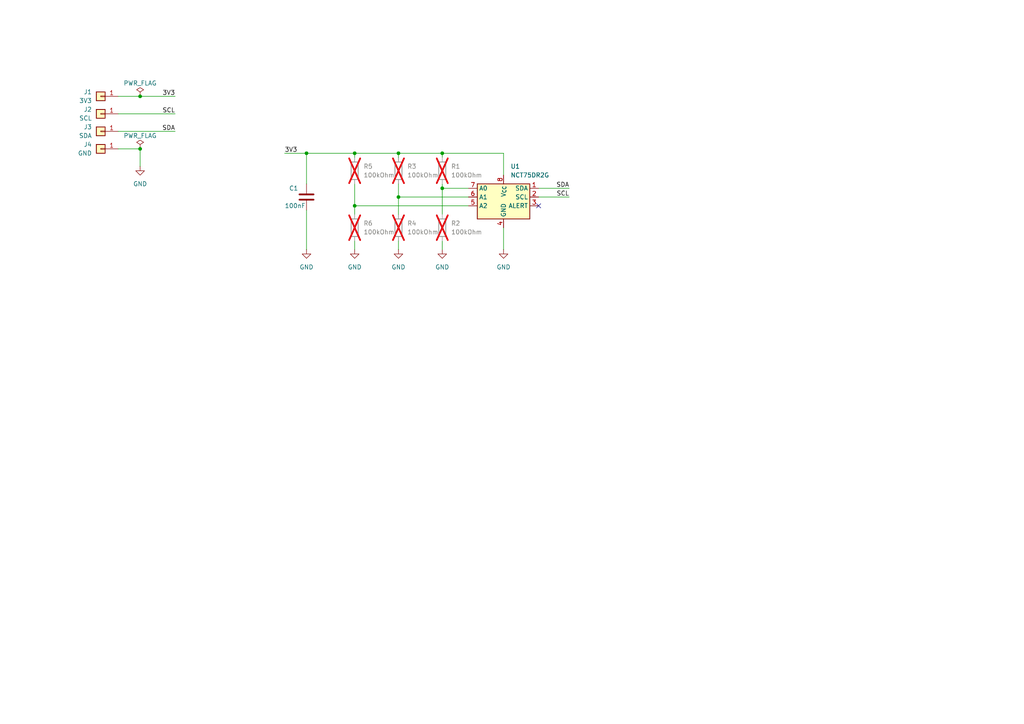
<source format=kicad_sch>
(kicad_sch (version 20231120) (generator "eeschema") (generator_version "8.0")
  (paper "A4")
  (lib_symbols
    (symbol "benediktibk:C_100nF_SMD_0603_50V" (pin_numbers hide) (pin_names (offset 0.254))
      (property "Reference" "C" (at 0.635 2.54 0))
      (property "Value" "C_100nF_SMD_0603_50V" (at 0.635 -2.54 0))
      (symbol "C_100nF_SMD_0603_50V_0_1"
        (polyline (pts (xy -2.032 -0.762) (xy 2.032 -0.762)) (stroke (width 0.508)))
        (polyline (pts (xy -2.032 0.762) (xy 2.032 0.762)) (stroke (width 0.508)))
      )
      (symbol "C_100nF_SMD_0603_50V_1_1"
        (pin passive line (at 0 3.81 270) (length 2.794) (name "~") (number "1"))
        (pin passive line (at 0 -3.81 90) (length 2.794) (name "~") (number "2"))
      )
    )
    (symbol "benediktibk:NCT75DR2G"
      (property "Reference" "U" (at -7.62 6.35 0))
      (property "Value" "NCT75DR2G" (at 2.54 -6.35 0))
      (symbol "NCT75DR2G_1_1"
        (rectangle (start -7.62 5.08) (end 7.62 -5.08) (stroke (width 0.254)) (fill (type background)))
        (pin bidirectional line (at 10.16 3.81 180) (length 2.54) (name "SDA") (number "1"))
        (pin input line (at 10.16 1.27 180) (length 2.54) (name "SCL") (number "2"))
        (pin input line (at 10.16 -1.27 180) (length 2.54) (name "ALERT") (number "3"))
        (pin power_in line (at 0 -7.62 90) (length 2.54) (name "GND") (number "4"))
        (pin input line (at -10.16 -1.27 0) (length 2.54) (name "A2") (number "5"))
        (pin input line (at -10.16 1.27 0) (length 2.54) (name "A1") (number "6"))
        (pin input line (at -10.16 3.81 0) (length 2.54) (name "A0") (number "7"))
        (pin power_in line (at 0 7.62 270) (length 2.54) (name "V_{CC}") (number "8"))
      )
    )
    (symbol "benediktibk:R_100kOhm_SMD_0603_100mW_1%" (pin_numbers hide) (pin_names (offset 0))
      (property "Reference" "R" (at 2.032 0 90))
      (property "Value" "R_100kOhm_SMD_0603_100mW_1%" (at -5.588 -1.016 90))
      (symbol "R_100kOhm_SMD_0603_100mW_1%_0_1"
        (rectangle (start -1.016 -2.54) (end 1.016 2.54) (stroke (width 0.254)))
      )
      (symbol "R_100kOhm_SMD_0603_100mW_1%_1_1"
        (pin passive line (at 0 3.81 270) (length 1.27) (name "~") (number "1"))
        (pin passive line (at 0 -3.81 90) (length 1.27) (name "~") (number "2"))
      )
    )
    (symbol "benediktibk:SolderWirePad" (pin_names (offset 1.016) hide)
      (property "Reference" "J" (at 0 2.54 0))
      (property "Value" "SolderWirePad" (at 0 -2.54 0))
      (symbol "SolderWirePad_1_1"
        (rectangle (start -1.27 0.127) (end 0 -0.127) (stroke (width 0.1524)))
        (rectangle (start -1.27 1.27) (end 1.27 -1.27) (stroke (width 0.254)) (fill (type background)))
        (pin passive line (at -5.08 0 0) (length 3.81) (name "Pin_1") (number "1"))
      )
    )
    (symbol "power:GND" (power) (pin_numbers hide) (pin_names (offset 0) hide)
      (property "Value" "GND" (at 0 -3.81 0))
      (symbol "GND_0_1"
        (polyline (pts (xy 0 0) (xy 0 -1.27) (xy 1.27 -1.27) (xy 0 -2.54) (xy -1.27 -1.27) (xy 0 -1.27)))
      )
      (symbol "GND_1_1"
        (pin power_in line (at 0 0 270) (length 0) (name "~") (number "1"))
      )
    )
    (symbol "power:PWR_FLAG" (power) (pin_numbers hide) (pin_names (offset 0) hide)
      (property "Value" "PWR_FLAG" (at 0 3.81 0))
      (symbol "PWR_FLAG_0_0"
        (pin power_out line (at 0 0 90) (length 0) (name "~") (number "1"))
      )
      (symbol "PWR_FLAG_0_1"
        (polyline (pts (xy 0 0) (xy 0 1.27) (xy -1.016 1.905) (xy 0 2.54) (xy 1.016 1.905) (xy 0 1.27)))
      )
    )
  )
  (junction (at 128.27 44.45))
  (junction (at 115.57 44.45))
  (junction (at 40.64 43.18))
  (junction (at 88.9 44.45))
  (junction (at 102.87 44.45))
  (junction (at 128.27 54.61))
  (junction (at 115.57 57.15))
  (junction (at 102.87 59.69))
  (junction (at 40.64 27.94))
  (no_connect (at 156.21 59.69))
  (wire (pts (xy 50.8 27.94) (xy 40.64 27.94)))
  (wire (pts (xy 135.89 59.69) (xy 102.87 59.69)))
  (wire (pts (xy 102.87 69.85) (xy 102.87 72.39)))
  (wire (pts (xy 146.05 66.04) (xy 146.05 72.39)))
  (wire (pts (xy 82.55 44.45) (xy 88.9 44.45)))
  (wire (pts (xy 102.87 53.34) (xy 102.87 59.69)))
  (wire (pts (xy 102.87 59.69) (xy 102.87 62.23)))
  (wire (pts (xy 40.64 27.94) (xy 34.29 27.94)))
  (wire (pts (xy 50.8 38.1) (xy 34.29 38.1)))
  (wire (pts (xy 115.57 53.34) (xy 115.57 57.15)))
  (wire (pts (xy 135.89 57.15) (xy 115.57 57.15)))
  (wire (pts (xy 102.87 45.72) (xy 102.87 44.45)))
  (wire (pts (xy 40.64 48.26) (xy 40.64 43.18)))
  (wire (pts (xy 128.27 54.61) (xy 128.27 62.23)))
  (wire (pts (xy 88.9 60.96) (xy 88.9 72.39)))
  (wire (pts (xy 128.27 69.85) (xy 128.27 72.39)))
  (wire (pts (xy 88.9 44.45) (xy 102.87 44.45)))
  (wire (pts (xy 128.27 53.34) (xy 128.27 54.61)))
  (wire (pts (xy 50.8 33.02) (xy 34.29 33.02)))
  (wire (pts (xy 40.64 43.18) (xy 34.29 43.18)))
  (wire (pts (xy 115.57 57.15) (xy 115.57 62.23)))
  (wire (pts (xy 156.21 54.61) (xy 165.1 54.61)))
  (wire (pts (xy 115.57 69.85) (xy 115.57 72.39)))
  (wire (pts (xy 115.57 45.72) (xy 115.57 44.45)))
  (wire (pts (xy 128.27 45.72) (xy 128.27 44.45)))
  (wire (pts (xy 128.27 54.61) (xy 135.89 54.61)))
  (wire (pts (xy 102.87 44.45) (xy 115.57 44.45)))
  (wire (pts (xy 156.21 57.15) (xy 165.1 57.15)))
  (wire (pts (xy 88.9 53.34) (xy 88.9 44.45)))
  (wire (pts (xy 128.27 44.45) (xy 146.05 44.45)))
  (wire (pts (xy 146.05 50.8) (xy 146.05 44.45)))
  (wire (pts (xy 115.57 44.45) (xy 128.27 44.45)))
  (label "SDA" (at 165.1 54.61 180))
  (label "SCL" (at 50.8 33.02 180))
  (label "SCL" (at 165.1 57.15 180))
  (label "3V3" (at 82.55 44.45 0))
  (label "3V3" (at 50.8 27.94 180))
  (label "SDA" (at 50.8 38.1 180))
  (symbol (lib_id "power:PWR_FLAG") (at 40.64 27.94 0) (unit 1)
    (property "Reference" "#FLG01" (effects (hide yes)))
    (property "Value" "PWR_FLAG" (at 40.64 24.13 0))
    (property "Description" "Special symbol for telling ERC where power comes from" (effects (hide yes)))
  )
  (symbol (lib_id "power:GND") (at 146.05 72.39 0) (unit 1)
    (property "Reference" "#PWR03" (effects (hide yes)))
    (property "Value" "GND" (at 146.05 77.47 0))
    (property "Description" "Power symbol creates a global label with name \"GND\" , ground" (effects (hide yes)))
  )
  (symbol (lib_id "benediktibk:NCT75DR2G") (at 146.05 58.42 0) (unit 1)
    (property "Reference" "U1" (at 148.0694 48.26 0) (effects (justify left)))
    (property "Value" "NCT75DR2G" (at 148.0694 50.8 0) (effects (justify left)))
    (property "Footprint" "benediktibk:SOIC-8_3.9x4.9mm_P1.27mm" (effects (hide yes)))
    (property "Description" "I2C Serial EEPROM, 2Kb, SOT-23" (effects (hide yes)))
    (property "RS order number" "805-1854" (effects (hide yes)))
    (property "I2C Address" "0x48" (effects (hide yes)))
    (property "Mouser Part Number" "863-NCT75DR2G" (effects (hide yes)))
  )
  (symbol (lib_id "power:GND") (at 88.9 72.39 0) (unit 1)
    (property "Reference" "#PWR02" (effects (hide yes)))
    (property "Value" "GND" (at 88.9 77.47 0))
    (property "Description" "Power symbol creates a global label with name \"GND\" , ground" (effects (hide yes)))
  )
  (symbol (lib_id "benediktibk:SolderWirePad") (at 29.21 33.02 0) (mirror y) (unit 1)
    (property "Reference" "J2" (at 26.67 31.75 0) (effects (justify left)))
    (property "Value" "SCL" (at 26.67 34.29 0) (effects (justify left)))
    (property "Footprint" "benediktibk:SolderWirePad_1x01_SMD_5x10mm" (effects (hide yes)))
    (property "Description" "Generic connector, single row, 01x01, script generated (kicad-library-utils/schlib/autogen/connector/)" (effects (hide yes)))
  )
  (symbol (lib_id "benediktibk:R_100kOhm_SMD_0603_100mW_1%") (at 102.87 49.53 0) (unit 1) (dnp yes)
    (property "Reference" "R5" (at 105.41 48.26 0) (effects (justify left)))
    (property "Value" "100kOhm" (at 105.41 50.8 0) (effects (justify left)))
    (property "Footprint" "benediktibk:R_0603_1608Metric_Pad0.98x0.95mm_HandSolder" (effects (hide yes)))
    (property "Description" "Resistor" (effects (hide yes)))
    (property "RS order number" "213-2531" (effects (hide yes)))
    (property "Mouser Part Number" "603-RT0603FRE13100KL" (effects (hide yes)))
  )
  (symbol (lib_id "power:PWR_FLAG") (at 40.64 43.18 0) (unit 1)
    (property "Reference" "#FLG02" (effects (hide yes)))
    (property "Value" "PWR_FLAG" (at 40.64 39.37 0))
    (property "Description" "Special symbol for telling ERC where power comes from" (effects (hide yes)))
  )
  (symbol (lib_id "benediktibk:R_100kOhm_SMD_0603_100mW_1%") (at 102.87 66.04 0) (unit 1) (dnp yes)
    (property "Reference" "R6" (at 105.41 64.77 0) (effects (justify left)))
    (property "Value" "100kOhm" (at 105.41 67.31 0) (effects (justify left)))
    (property "Footprint" "benediktibk:R_0603_1608Metric_Pad0.98x0.95mm_HandSolder" (effects (hide yes)))
    (property "Description" "Resistor" (effects (hide yes)))
    (property "RS order number" "213-2531" (effects (hide yes)))
    (property "Mouser Part Number" "603-RT0603FRE13100KL" (effects (hide yes)))
  )
  (symbol (lib_id "benediktibk:SolderWirePad") (at 29.21 38.1 0) (mirror y) (unit 1)
    (property "Reference" "J3" (at 26.67 36.83 0) (effects (justify left)))
    (property "Value" "SDA" (at 26.67 39.37 0) (effects (justify left)))
    (property "Footprint" "benediktibk:SolderWirePad_1x01_SMD_5x10mm" (effects (hide yes)))
    (property "Description" "Generic connector, single row, 01x01, script generated (kicad-library-utils/schlib/autogen/connector/)" (effects (hide yes)))
  )
  (symbol (lib_id "power:GND") (at 115.57 72.39 0) (unit 1)
    (property "Reference" "#PWR05" (effects (hide yes)))
    (property "Value" "GND" (at 115.57 77.47 0))
    (property "Description" "Power symbol creates a global label with name \"GND\" , ground" (effects (hide yes)))
  )
  (symbol (lib_id "benediktibk:R_100kOhm_SMD_0603_100mW_1%") (at 128.27 49.53 0) (unit 1) (dnp yes)
    (property "Reference" "R1" (at 130.81 48.26 0) (effects (justify left)))
    (property "Value" "100kOhm" (at 130.81 50.8 0) (effects (justify left)))
    (property "Footprint" "benediktibk:R_0603_1608Metric_Pad0.98x0.95mm_HandSolder" (effects (hide yes)))
    (property "Description" "Resistor" (effects (hide yes)))
    (property "RS order number" "213-2531" (effects (hide yes)))
    (property "Mouser Part Number" "603-RT0603FRE13100KL" (effects (hide yes)))
  )
  (symbol (lib_id "power:GND") (at 128.27 72.39 0) (unit 1)
    (property "Reference" "#PWR04" (effects (hide yes)))
    (property "Value" "GND" (at 128.27 77.47 0))
    (property "Description" "Power symbol creates a global label with name \"GND\" , ground" (effects (hide yes)))
  )
  (symbol (lib_id "benediktibk:R_100kOhm_SMD_0603_100mW_1%") (at 115.57 66.04 0) (unit 1) (dnp yes)
    (property "Reference" "R4" (at 118.11 64.77 0) (effects (justify left)))
    (property "Value" "100kOhm" (at 118.11 67.31 0) (effects (justify left)))
    (property "Footprint" "benediktibk:R_0603_1608Metric_Pad0.98x0.95mm_HandSolder" (effects (hide yes)))
    (property "Description" "Resistor" (effects (hide yes)))
    (property "RS order number" "213-2531" (effects (hide yes)))
    (property "Mouser Part Number" "603-RT0603FRE13100KL" (effects (hide yes)))
  )
  (symbol (lib_id "power:GND") (at 40.64 48.26 0) (mirror y) (unit 1)
    (property "Reference" "#PWR01" (effects (hide yes)))
    (property "Value" "GND" (at 40.64 53.34 0))
    (property "Description" "Power symbol creates a global label with name \"GND\" , ground" (effects (hide yes)))
  )
  (symbol (lib_id "benediktibk:C_100nF_SMD_0603_50V") (at 88.9 57.15 0) (unit 1)
    (property "Reference" "C1" (at 83.82 54.61 0) (effects (justify left)))
    (property "Value" "100nF" (at 82.55 59.69 0) (effects (justify left)))
    (property "Footprint" "benediktibk:C_0603_1608Metric_Pad1.08x0.95mm_HandSolder" (effects (hide yes)))
    (property "Description" "Unpolarized capacitor" (effects (hide yes)))
    (property "RS order number" "242-7372" (effects (hide yes)))
    (property "Mouser Part Number" "581-KGM15BR71H104KM" (effects (hide yes)))
  )
  (symbol (lib_id "benediktibk:R_100kOhm_SMD_0603_100mW_1%") (at 115.57 49.53 0) (unit 1) (dnp yes)
    (property "Reference" "R3" (at 118.11 48.26 0) (effects (justify left)))
    (property "Value" "100kOhm" (at 118.11 50.8 0) (effects (justify left)))
    (property "Footprint" "benediktibk:R_0603_1608Metric_Pad0.98x0.95mm_HandSolder" (effects (hide yes)))
    (property "Description" "Resistor" (effects (hide yes)))
    (property "RS order number" "213-2531" (effects (hide yes)))
    (property "Mouser Part Number" "603-RT0603FRE13100KL" (effects (hide yes)))
  )
  (symbol (lib_id "benediktibk:R_100kOhm_SMD_0603_100mW_1%") (at 128.27 66.04 0) (unit 1) (dnp yes)
    (property "Reference" "R2" (at 130.81 64.77 0) (effects (justify left)))
    (property "Value" "100kOhm" (at 130.81 67.31 0) (effects (justify left)))
    (property "Footprint" "benediktibk:R_0603_1608Metric_Pad0.98x0.95mm_HandSolder" (effects (hide yes)))
    (property "Description" "Resistor" (effects (hide yes)))
    (property "RS order number" "213-2531" (effects (hide yes)))
    (property "Mouser Part Number" "603-RT0603FRE13100KL" (effects (hide yes)))
  )
  (symbol (lib_id "benediktibk:SolderWirePad") (at 29.21 43.18 0) (mirror y) (unit 1)
    (property "Reference" "J4" (at 26.67 41.91 0) (effects (justify left)))
    (property "Value" "GND" (at 26.67 44.45 0) (effects (justify left)))
    (property "Footprint" "benediktibk:SolderWirePad_1x01_SMD_5x10mm" (effects (hide yes)))
    (property "Description" "Generic connector, single row, 01x01, script generated (kicad-library-utils/schlib/autogen/connector/)" (effects (hide yes)))
  )
  (symbol (lib_id "benediktibk:SolderWirePad") (at 29.21 27.94 0) (mirror y) (unit 1)
    (property "Reference" "J1" (at 26.67 26.67 0) (effects (justify left)))
    (property "Value" "3V3" (at 26.67 29.21 0) (effects (justify left)))
    (property "Footprint" "benediktibk:SolderWirePad_1x01_SMD_5x10mm" (effects (hide yes)))
    (property "Description" "Generic connector, single row, 01x01, script generated (kicad-library-utils/schlib/autogen/connector/)" (effects (hide yes)))
  )
  (symbol (lib_id "power:GND") (at 102.87 72.39 0) (unit 1)
    (property "Reference" "#PWR06" (effects (hide yes)))
    (property "Value" "GND" (at 102.87 77.47 0))
    (property "Description" "Power symbol creates a global label with name \"GND\" , ground" (effects (hide yes)))
  )
)
</source>
